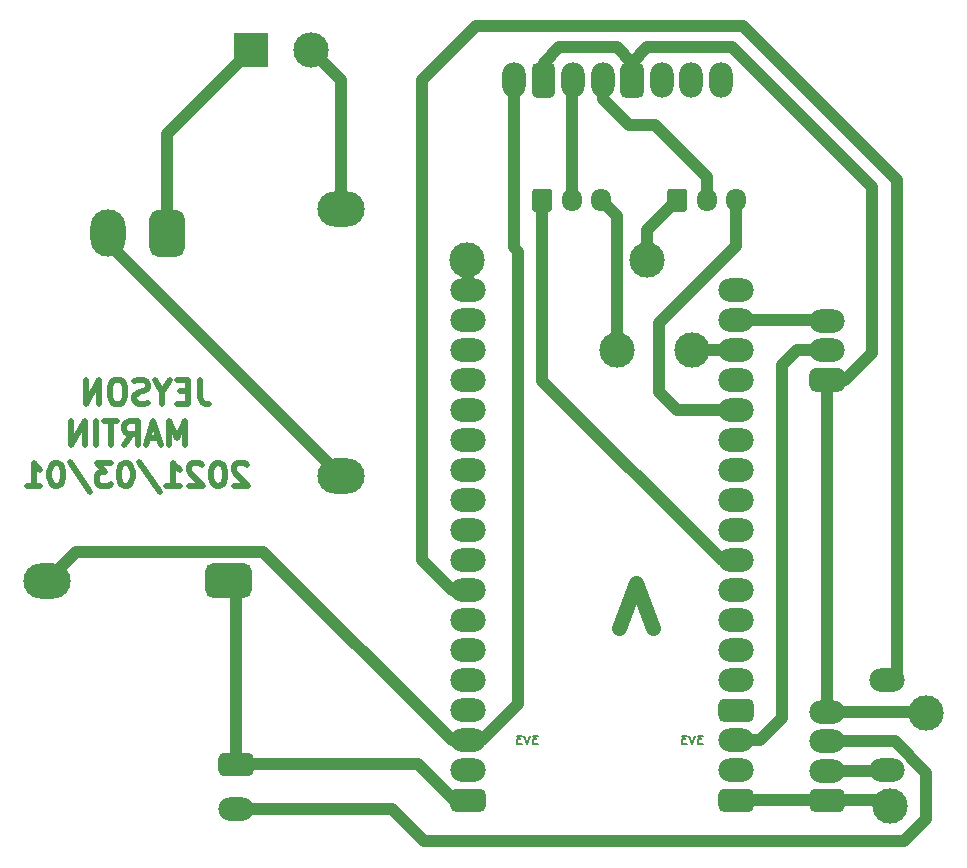
<source format=gbr>
%TF.GenerationSoftware,KiCad,Pcbnew,(5.1.6)-1*%
%TF.CreationDate,2021-03-02T08:43:42+01:00*%
%TF.ProjectId,BukaerakoErronkaV1,42756b61-6572-4616-9b6f-4572726f6e6b,rev?*%
%TF.SameCoordinates,Original*%
%TF.FileFunction,Copper,L2,Bot*%
%TF.FilePolarity,Positive*%
%FSLAX46Y46*%
G04 Gerber Fmt 4.6, Leading zero omitted, Abs format (unit mm)*
G04 Created by KiCad (PCBNEW (5.1.6)-1) date 2021-03-02 08:43:42*
%MOMM*%
%LPD*%
G01*
G04 APERTURE LIST*
%TA.AperFunction,NonConductor*%
%ADD10C,0.500000*%
%TD*%
%TA.AperFunction,NonConductor*%
%ADD11C,0.187500*%
%TD*%
%TA.AperFunction,NonConductor*%
%ADD12C,1.250000*%
%TD*%
%TA.AperFunction,ComponentPad*%
%ADD13O,4.000000X3.000000*%
%TD*%
%TA.AperFunction,ComponentPad*%
%ADD14O,3.000000X4.000000*%
%TD*%
%TA.AperFunction,ComponentPad*%
%ADD15R,3.000000X3.000000*%
%TD*%
%TA.AperFunction,ComponentPad*%
%ADD16O,3.000000X3.000000*%
%TD*%
%TA.AperFunction,ComponentPad*%
%ADD17O,3.000000X2.000000*%
%TD*%
%TA.AperFunction,ComponentPad*%
%ADD18O,1.700000X1.950000*%
%TD*%
%TA.AperFunction,ComponentPad*%
%ADD19O,2.000000X3.000000*%
%TD*%
%TA.AperFunction,ViaPad*%
%ADD20C,3.000000*%
%TD*%
%TA.AperFunction,Conductor*%
%ADD21C,1.000000*%
%TD*%
G04 APERTURE END LIST*
D10*
X96725714Y-109196761D02*
X96725714Y-110625333D01*
X96820952Y-110911047D01*
X97011428Y-111101523D01*
X97297142Y-111196761D01*
X97487619Y-111196761D01*
X95773333Y-110149142D02*
X95106666Y-110149142D01*
X94820952Y-111196761D02*
X95773333Y-111196761D01*
X95773333Y-109196761D01*
X94820952Y-109196761D01*
X93582857Y-110244380D02*
X93582857Y-111196761D01*
X94249523Y-109196761D02*
X93582857Y-110244380D01*
X92916190Y-109196761D01*
X92344761Y-111101523D02*
X92059047Y-111196761D01*
X91582857Y-111196761D01*
X91392380Y-111101523D01*
X91297142Y-111006285D01*
X91201904Y-110815809D01*
X91201904Y-110625333D01*
X91297142Y-110434857D01*
X91392380Y-110339619D01*
X91582857Y-110244380D01*
X91963809Y-110149142D01*
X92154285Y-110053904D01*
X92249523Y-109958666D01*
X92344761Y-109768190D01*
X92344761Y-109577714D01*
X92249523Y-109387238D01*
X92154285Y-109292000D01*
X91963809Y-109196761D01*
X91487619Y-109196761D01*
X91201904Y-109292000D01*
X89963809Y-109196761D02*
X89582857Y-109196761D01*
X89392380Y-109292000D01*
X89201904Y-109482476D01*
X89106666Y-109863428D01*
X89106666Y-110530095D01*
X89201904Y-110911047D01*
X89392380Y-111101523D01*
X89582857Y-111196761D01*
X89963809Y-111196761D01*
X90154285Y-111101523D01*
X90344761Y-110911047D01*
X90440000Y-110530095D01*
X90440000Y-109863428D01*
X90344761Y-109482476D01*
X90154285Y-109292000D01*
X89963809Y-109196761D01*
X88249523Y-111196761D02*
X88249523Y-109196761D01*
X87106666Y-111196761D01*
X87106666Y-109196761D01*
X95487619Y-114696761D02*
X95487619Y-112696761D01*
X94820952Y-114125333D01*
X94154285Y-112696761D01*
X94154285Y-114696761D01*
X93297142Y-114125333D02*
X92344761Y-114125333D01*
X93487619Y-114696761D02*
X92820952Y-112696761D01*
X92154285Y-114696761D01*
X90344761Y-114696761D02*
X91011428Y-113744380D01*
X91487619Y-114696761D02*
X91487619Y-112696761D01*
X90725714Y-112696761D01*
X90535238Y-112792000D01*
X90440000Y-112887238D01*
X90344761Y-113077714D01*
X90344761Y-113363428D01*
X90440000Y-113553904D01*
X90535238Y-113649142D01*
X90725714Y-113744380D01*
X91487619Y-113744380D01*
X89773333Y-112696761D02*
X88630476Y-112696761D01*
X89201904Y-114696761D02*
X89201904Y-112696761D01*
X87963809Y-114696761D02*
X87963809Y-112696761D01*
X87011428Y-114696761D02*
X87011428Y-112696761D01*
X85868571Y-114696761D01*
X85868571Y-112696761D01*
X100773333Y-116387238D02*
X100678095Y-116292000D01*
X100487619Y-116196761D01*
X100011428Y-116196761D01*
X99820952Y-116292000D01*
X99725714Y-116387238D01*
X99630476Y-116577714D01*
X99630476Y-116768190D01*
X99725714Y-117053904D01*
X100868571Y-118196761D01*
X99630476Y-118196761D01*
X98392380Y-116196761D02*
X98201904Y-116196761D01*
X98011428Y-116292000D01*
X97916190Y-116387238D01*
X97820952Y-116577714D01*
X97725714Y-116958666D01*
X97725714Y-117434857D01*
X97820952Y-117815809D01*
X97916190Y-118006285D01*
X98011428Y-118101523D01*
X98201904Y-118196761D01*
X98392380Y-118196761D01*
X98582857Y-118101523D01*
X98678095Y-118006285D01*
X98773333Y-117815809D01*
X98868571Y-117434857D01*
X98868571Y-116958666D01*
X98773333Y-116577714D01*
X98678095Y-116387238D01*
X98582857Y-116292000D01*
X98392380Y-116196761D01*
X96963809Y-116387238D02*
X96868571Y-116292000D01*
X96678095Y-116196761D01*
X96201904Y-116196761D01*
X96011428Y-116292000D01*
X95916190Y-116387238D01*
X95820952Y-116577714D01*
X95820952Y-116768190D01*
X95916190Y-117053904D01*
X97059047Y-118196761D01*
X95820952Y-118196761D01*
X93916190Y-118196761D02*
X95059047Y-118196761D01*
X94487619Y-118196761D02*
X94487619Y-116196761D01*
X94678095Y-116482476D01*
X94868571Y-116672952D01*
X95059047Y-116768190D01*
X91630476Y-116101523D02*
X93344761Y-118672952D01*
X90582857Y-116196761D02*
X90392380Y-116196761D01*
X90201904Y-116292000D01*
X90106666Y-116387238D01*
X90011428Y-116577714D01*
X89916190Y-116958666D01*
X89916190Y-117434857D01*
X90011428Y-117815809D01*
X90106666Y-118006285D01*
X90201904Y-118101523D01*
X90392380Y-118196761D01*
X90582857Y-118196761D01*
X90773333Y-118101523D01*
X90868571Y-118006285D01*
X90963809Y-117815809D01*
X91059047Y-117434857D01*
X91059047Y-116958666D01*
X90963809Y-116577714D01*
X90868571Y-116387238D01*
X90773333Y-116292000D01*
X90582857Y-116196761D01*
X89249523Y-116196761D02*
X88011428Y-116196761D01*
X88678095Y-116958666D01*
X88392380Y-116958666D01*
X88201904Y-117053904D01*
X88106666Y-117149142D01*
X88011428Y-117339619D01*
X88011428Y-117815809D01*
X88106666Y-118006285D01*
X88201904Y-118101523D01*
X88392380Y-118196761D01*
X88963809Y-118196761D01*
X89154285Y-118101523D01*
X89249523Y-118006285D01*
X85725714Y-116101523D02*
X87440000Y-118672952D01*
X84678095Y-116196761D02*
X84487619Y-116196761D01*
X84297142Y-116292000D01*
X84201904Y-116387238D01*
X84106666Y-116577714D01*
X84011428Y-116958666D01*
X84011428Y-117434857D01*
X84106666Y-117815809D01*
X84201904Y-118006285D01*
X84297142Y-118101523D01*
X84487619Y-118196761D01*
X84678095Y-118196761D01*
X84868571Y-118101523D01*
X84963809Y-118006285D01*
X85059047Y-117815809D01*
X85154285Y-117434857D01*
X85154285Y-116958666D01*
X85059047Y-116577714D01*
X84963809Y-116387238D01*
X84868571Y-116292000D01*
X84678095Y-116196761D01*
X82106666Y-118196761D02*
X83249523Y-118196761D01*
X82678095Y-118196761D02*
X82678095Y-116196761D01*
X82868571Y-116482476D01*
X83059047Y-116672952D01*
X83249523Y-116768190D01*
D11*
X125388571Y-139289285D02*
X124924285Y-139289285D01*
X125174285Y-139575000D01*
X125067142Y-139575000D01*
X124995714Y-139610714D01*
X124960000Y-139646428D01*
X124924285Y-139717857D01*
X124924285Y-139896428D01*
X124960000Y-139967857D01*
X124995714Y-140003571D01*
X125067142Y-140039285D01*
X125281428Y-140039285D01*
X125352857Y-140003571D01*
X125388571Y-139967857D01*
X124710000Y-139289285D02*
X124460000Y-140039285D01*
X124210000Y-139289285D01*
X124031428Y-139289285D02*
X123567142Y-139289285D01*
X123817142Y-139575000D01*
X123710000Y-139575000D01*
X123638571Y-139610714D01*
X123602857Y-139646428D01*
X123567142Y-139717857D01*
X123567142Y-139896428D01*
X123602857Y-139967857D01*
X123638571Y-140003571D01*
X123710000Y-140039285D01*
X123924285Y-140039285D01*
X123995714Y-140003571D01*
X124031428Y-139967857D01*
X139358571Y-139289285D02*
X138894285Y-139289285D01*
X139144285Y-139575000D01*
X139037142Y-139575000D01*
X138965714Y-139610714D01*
X138930000Y-139646428D01*
X138894285Y-139717857D01*
X138894285Y-139896428D01*
X138930000Y-139967857D01*
X138965714Y-140003571D01*
X139037142Y-140039285D01*
X139251428Y-140039285D01*
X139322857Y-140003571D01*
X139358571Y-139967857D01*
X138680000Y-139289285D02*
X138430000Y-140039285D01*
X138180000Y-139289285D01*
X138001428Y-139289285D02*
X137537142Y-139289285D01*
X137787142Y-139575000D01*
X137680000Y-139575000D01*
X137608571Y-139610714D01*
X137572857Y-139646428D01*
X137537142Y-139717857D01*
X137537142Y-139896428D01*
X137572857Y-139967857D01*
X137608571Y-140003571D01*
X137680000Y-140039285D01*
X137894285Y-140039285D01*
X137965714Y-140003571D01*
X138001428Y-139967857D01*
D12*
X132278571Y-130174761D02*
X133707142Y-126365238D01*
X135135714Y-130174761D01*
D13*
%TO.P,PS1,4*%
%TO.N,3V3*%
X83780000Y-126174000D03*
D14*
%TO.P,PS1,2*%
%TO.N,Net-(F1-Pad1)*%
X88980000Y-96774000D03*
%TO.P,PS1,1*%
%TO.N,Net-(J7-Pad2)*%
%TA.AperFunction,ComponentPad*%
G36*
G01*
X93230000Y-94774000D02*
X94730000Y-94774000D01*
G75*
G02*
X95480000Y-95524000I0J-750000D01*
G01*
X95480000Y-98024000D01*
G75*
G02*
X94730000Y-98774000I-750000J0D01*
G01*
X93230000Y-98774000D01*
G75*
G02*
X92480000Y-98024000I0J750000D01*
G01*
X92480000Y-95524000D01*
G75*
G02*
X93230000Y-94774000I750000J0D01*
G01*
G37*
%TD.AperFunction*%
%TO.P,PS1,3*%
%TO.N,GND*%
%TA.AperFunction,ComponentPad*%
G36*
G01*
X97930000Y-124674000D02*
X100430000Y-124674000D01*
G75*
G02*
X101180000Y-125424000I0J-750000D01*
G01*
X101180000Y-126924000D01*
G75*
G02*
X100430000Y-127674000I-750000J0D01*
G01*
X97930000Y-127674000D01*
G75*
G02*
X97180000Y-126924000I0J750000D01*
G01*
X97180000Y-125424000D01*
G75*
G02*
X97930000Y-124674000I750000J0D01*
G01*
G37*
%TD.AperFunction*%
%TD*%
D15*
%TO.P,J7,2*%
%TO.N,Net-(J7-Pad2)*%
X101092000Y-81280000D03*
D16*
%TO.P,J7,1*%
%TO.N,Net-(F1-Pad2)*%
X106172000Y-81280000D03*
%TD*%
D13*
%TO.P,F1,2*%
%TO.N,Net-(F1-Pad2)*%
X108712000Y-94748000D03*
%TO.P,F1,1*%
%TO.N,Net-(F1-Pad1)*%
X108712000Y-117348000D03*
%TD*%
%TO.P,C1,2*%
%TO.N,GND*%
%TA.AperFunction,ComponentPad*%
G36*
G01*
X100822000Y-142742000D02*
X98822000Y-142742000D01*
G75*
G02*
X98322000Y-142242000I0J500000D01*
G01*
X98322000Y-141242000D01*
G75*
G02*
X98822000Y-140742000I500000J0D01*
G01*
X100822000Y-140742000D01*
G75*
G02*
X101322000Y-141242000I0J-500000D01*
G01*
X101322000Y-142242000D01*
G75*
G02*
X100822000Y-142742000I-500000J0D01*
G01*
G37*
%TD.AperFunction*%
D17*
%TO.P,C1,1*%
%TO.N,3.3V*%
X99822000Y-145542000D03*
%TD*%
D18*
%TO.P,J6,3*%
%TO.N,4*%
X130730000Y-93980000D03*
%TO.P,J6,2*%
%TO.N,SCL*%
X128230000Y-93980000D03*
%TO.P,J6,1*%
%TO.N,22*%
%TA.AperFunction,ComponentPad*%
G36*
G01*
X124880000Y-94705000D02*
X124880000Y-93255000D01*
G75*
G02*
X125130000Y-93005000I250000J0D01*
G01*
X126330000Y-93005000D01*
G75*
G02*
X126580000Y-93255000I0J-250000D01*
G01*
X126580000Y-94705000D01*
G75*
G02*
X126330000Y-94955000I-250000J0D01*
G01*
X125130000Y-94955000D01*
G75*
G02*
X124880000Y-94705000I0J250000D01*
G01*
G37*
%TD.AperFunction*%
%TD*%
%TO.P,J5,3*%
%TO.N,15*%
X142160000Y-93980000D03*
%TO.P,J5,2*%
%TO.N,SDA*%
X139660000Y-93980000D03*
%TO.P,J5,1*%
%TO.N,21*%
%TA.AperFunction,ComponentPad*%
G36*
G01*
X136310000Y-94705000D02*
X136310000Y-93255000D01*
G75*
G02*
X136560000Y-93005000I250000J0D01*
G01*
X137760000Y-93005000D01*
G75*
G02*
X138010000Y-93255000I0J-250000D01*
G01*
X138010000Y-94705000D01*
G75*
G02*
X137760000Y-94955000I-250000J0D01*
G01*
X136560000Y-94955000D01*
G75*
G02*
X136310000Y-94705000I0J250000D01*
G01*
G37*
%TD.AperFunction*%
%TD*%
D17*
%TO.P,R1,2*%
%TO.N,DIN*%
X154940000Y-134620000D03*
%TO.P,R1,1*%
%TO.N,Net-(J4-Pad2)*%
X154940000Y-142240000D03*
%TD*%
%TO.P,J4,4*%
%TO.N,Net-(J4-Pad4)*%
X149860000Y-137280000D03*
%TO.P,J4,3*%
%TO.N,3.3V*%
X149860000Y-139780000D03*
%TO.P,J4,2*%
%TO.N,Net-(J4-Pad2)*%
X149860000Y-142280000D03*
%TO.P,J4,1*%
%TO.N,GND*%
%TA.AperFunction,ComponentPad*%
G36*
G01*
X150860000Y-145780000D02*
X148860000Y-145780000D01*
G75*
G02*
X148360000Y-145280000I0J500000D01*
G01*
X148360000Y-144280000D01*
G75*
G02*
X148860000Y-143780000I500000J0D01*
G01*
X150860000Y-143780000D01*
G75*
G02*
X151360000Y-144280000I0J-500000D01*
G01*
X151360000Y-145280000D01*
G75*
G02*
X150860000Y-145780000I-500000J0D01*
G01*
G37*
%TD.AperFunction*%
%TD*%
%TO.P,U1,18*%
%TO.N,GND*%
%TA.AperFunction,ComponentPad*%
G36*
G01*
X118460000Y-143780000D02*
X120460000Y-143780000D01*
G75*
G02*
X120960000Y-144280000I0J-500000D01*
G01*
X120960000Y-145280000D01*
G75*
G02*
X120460000Y-145780000I-500000J0D01*
G01*
X118460000Y-145780000D01*
G75*
G02*
X117960000Y-145280000I0J500000D01*
G01*
X117960000Y-144280000D01*
G75*
G02*
X118460000Y-143780000I500000J0D01*
G01*
G37*
%TD.AperFunction*%
%TO.P,U1,19*%
%TA.AperFunction,ComponentPad*%
G36*
G01*
X141160000Y-143780000D02*
X143160000Y-143780000D01*
G75*
G02*
X143660000Y-144280000I0J-500000D01*
G01*
X143660000Y-145280000D01*
G75*
G02*
X143160000Y-145780000I-500000J0D01*
G01*
X141160000Y-145780000D01*
G75*
G02*
X140660000Y-145280000I0J500000D01*
G01*
X140660000Y-144280000D01*
G75*
G02*
X141160000Y-143780000I500000J0D01*
G01*
G37*
%TD.AperFunction*%
%TO.P,U1,17*%
%TO.N,Net-(U1-Pad17)*%
X119460000Y-142240000D03*
%TO.P,U1,20*%
%TO.N,Net-(U1-Pad20)*%
X142160000Y-142240000D03*
%TO.P,U1,16*%
%TO.N,3V3*%
X119460000Y-139700000D03*
%TO.P,U1,21*%
X142160000Y-139700000D03*
%TO.P,U1,15*%
%TO.N,Net-(U1-Pad15)*%
X119460000Y-137160000D03*
%TO.P,U1,22*%
%TO.N,GND*%
%TA.AperFunction,ComponentPad*%
G36*
G01*
X141160000Y-136160000D02*
X143160000Y-136160000D01*
G75*
G02*
X143660000Y-136660000I0J-500000D01*
G01*
X143660000Y-137660000D01*
G75*
G02*
X143160000Y-138160000I-500000J0D01*
G01*
X141160000Y-138160000D01*
G75*
G02*
X140660000Y-137660000I0J500000D01*
G01*
X140660000Y-136660000D01*
G75*
G02*
X141160000Y-136160000I500000J0D01*
G01*
G37*
%TD.AperFunction*%
%TO.P,U1,14*%
%TO.N,Net-(U1-Pad14)*%
X119460000Y-134620000D03*
%TO.P,U1,23*%
%TO.N,Net-(U1-Pad23)*%
X142160000Y-134620000D03*
%TO.P,U1,13*%
%TO.N,Net-(U1-Pad13)*%
X119460000Y-132080000D03*
%TO.P,U1,24*%
%TO.N,Net-(U1-Pad24)*%
X142160000Y-132080000D03*
%TO.P,U1,12*%
%TO.N,Net-(U1-Pad12)*%
X119460000Y-129540000D03*
%TO.P,U1,25*%
%TO.N,Net-(U1-Pad25)*%
X142160000Y-129540000D03*
%TO.P,U1,11*%
%TO.N,DIN*%
X119460000Y-127000000D03*
%TO.P,U1,26*%
%TO.N,Net-(U1-Pad26)*%
X142160000Y-127000000D03*
%TO.P,U1,10*%
%TO.N,Net-(U1-Pad10)*%
X119460000Y-124460000D03*
%TO.P,U1,27*%
%TO.N,22*%
X142160000Y-124460000D03*
%TO.P,U1,9*%
%TO.N,Net-(U1-Pad9)*%
X119460000Y-121920000D03*
%TO.P,U1,28*%
%TO.N,Net-(U1-Pad28)*%
X142160000Y-121920000D03*
%TO.P,U1,8*%
%TO.N,Net-(U1-Pad8)*%
X119460000Y-119380000D03*
%TO.P,U1,29*%
%TO.N,Net-(U1-Pad29)*%
X142160000Y-119380000D03*
%TO.P,U1,7*%
%TO.N,Net-(U1-Pad7)*%
X119460000Y-116840000D03*
%TO.P,U1,30*%
%TO.N,Net-(U1-Pad30)*%
X142160000Y-116840000D03*
%TO.P,U1,6*%
%TO.N,Net-(U1-Pad6)*%
X119460000Y-114300000D03*
%TO.P,U1,31*%
%TO.N,Net-(U1-Pad31)*%
X142160000Y-114300000D03*
%TO.P,U1,5*%
%TO.N,Net-(U1-Pad5)*%
X119460000Y-111760000D03*
%TO.P,U1,32*%
%TO.N,15*%
X142160000Y-111760000D03*
%TO.P,U1,4*%
%TO.N,Net-(U1-Pad4)*%
X119460000Y-109220000D03*
%TO.P,U1,33*%
%TO.N,Net-(U1-Pad33)*%
X142160000Y-109220000D03*
%TO.P,U1,3*%
%TO.N,Net-(U1-Pad3)*%
X119460000Y-106680000D03*
%TO.P,U1,34*%
%TO.N,4*%
X142160000Y-106680000D03*
%TO.P,U1,2*%
%TO.N,Net-(U1-Pad2)*%
X119460000Y-104140000D03*
%TO.P,U1,35*%
%TO.N,17*%
X142160000Y-104140000D03*
%TO.P,U1,1*%
%TO.N,21*%
X119460000Y-101600000D03*
%TO.P,U1,36*%
%TO.N,Net-(U1-Pad36)*%
X142160000Y-101600000D03*
%TD*%
%TO.P,J2,3*%
%TO.N,GND*%
%TA.AperFunction,ComponentPad*%
G36*
G01*
X148860000Y-108180000D02*
X150860000Y-108180000D01*
G75*
G02*
X151360000Y-108680000I0J-500000D01*
G01*
X151360000Y-109680000D01*
G75*
G02*
X150860000Y-110180000I-500000J0D01*
G01*
X148860000Y-110180000D01*
G75*
G02*
X148360000Y-109680000I0J500000D01*
G01*
X148360000Y-108680000D01*
G75*
G02*
X148860000Y-108180000I500000J0D01*
G01*
G37*
%TD.AperFunction*%
%TO.P,J2,2*%
%TO.N,3V3*%
X149860000Y-106680000D03*
%TO.P,J2,1*%
%TO.N,17*%
X149860000Y-104180000D03*
%TD*%
D19*
%TO.P,J1,8*%
%TO.N,Net-(J1-Pad8)*%
X140850000Y-83820000D03*
%TO.P,J1,7*%
%TO.N,Net-(J1-Pad7)*%
X138350000Y-83820000D03*
%TO.P,J1,6*%
%TO.N,Net-(J1-Pad6)*%
X135850000Y-83820000D03*
%TO.P,J1,5*%
%TO.N,GND*%
%TA.AperFunction,ComponentPad*%
G36*
G01*
X132350000Y-84820000D02*
X132350000Y-82820000D01*
G75*
G02*
X132850000Y-82320000I500000J0D01*
G01*
X133850000Y-82320000D01*
G75*
G02*
X134350000Y-82820000I0J-500000D01*
G01*
X134350000Y-84820000D01*
G75*
G02*
X133850000Y-85320000I-500000J0D01*
G01*
X132850000Y-85320000D01*
G75*
G02*
X132350000Y-84820000I0J500000D01*
G01*
G37*
%TD.AperFunction*%
%TO.P,J1,4*%
%TO.N,SDA*%
X130850000Y-83820000D03*
%TO.P,J1,3*%
%TO.N,SCL*%
X128350000Y-83820000D03*
%TO.P,J1,2*%
%TO.N,GND*%
%TA.AperFunction,ComponentPad*%
G36*
G01*
X124850000Y-84820000D02*
X124850000Y-82820000D01*
G75*
G02*
X125350000Y-82320000I500000J0D01*
G01*
X126350000Y-82320000D01*
G75*
G02*
X126850000Y-82820000I0J-500000D01*
G01*
X126850000Y-84820000D01*
G75*
G02*
X126350000Y-85320000I-500000J0D01*
G01*
X125350000Y-85320000D01*
G75*
G02*
X124850000Y-84820000I0J500000D01*
G01*
G37*
%TD.AperFunction*%
%TO.P,J1,1*%
%TO.N,3V3*%
X123350000Y-83820000D03*
%TD*%
D20*
%TO.N,GND*%
X155194000Y-145288000D03*
X158242000Y-137414000D03*
%TO.N,21*%
X134620000Y-99060000D03*
X119380000Y-99060000D03*
%TO.N,4*%
X132080000Y-106680000D03*
X138430000Y-106680000D03*
%TD*%
D21*
%TO.N,GND*%
X142160000Y-144780000D02*
X149860000Y-144780000D01*
X133350000Y-82320000D02*
X133350000Y-83820000D01*
X132049990Y-81019990D02*
X133350000Y-82320000D01*
X127150010Y-81019990D02*
X132049990Y-81019990D01*
X125850000Y-82320000D02*
X127150010Y-81019990D01*
X125850000Y-83820000D02*
X125850000Y-82320000D01*
X141802695Y-81019990D02*
X153670000Y-92887295D01*
X133350000Y-82320000D02*
X134650010Y-81019990D01*
X134650010Y-81019990D02*
X141802695Y-81019990D01*
X151360000Y-109180000D02*
X149860000Y-109180000D01*
X153670000Y-106870000D02*
X151360000Y-109180000D01*
X153670000Y-92887295D02*
X153670000Y-106870000D01*
X118247295Y-144780000D02*
X119460000Y-144780000D01*
X115209295Y-141742000D02*
X118247295Y-144780000D01*
X99822000Y-141742000D02*
X115209295Y-141742000D01*
X99822000Y-126816000D02*
X99180000Y-126174000D01*
X99822000Y-141742000D02*
X99822000Y-126816000D01*
X154686000Y-144780000D02*
X155194000Y-145288000D01*
X149860000Y-144780000D02*
X154686000Y-144780000D01*
X149860000Y-109180000D02*
X149860000Y-137280000D01*
X158108000Y-137280000D02*
X158242000Y-137414000D01*
X149860000Y-137280000D02*
X158108000Y-137280000D01*
%TO.N,3V3*%
X123350000Y-97944402D02*
X123350000Y-83820000D01*
X123720009Y-136652696D02*
X123720009Y-98314411D01*
X120672705Y-139700000D02*
X123720009Y-136652696D01*
X123720009Y-98314411D02*
X123350000Y-97944402D01*
X119460000Y-139700000D02*
X120672705Y-139700000D01*
X146050000Y-107950000D02*
X147320000Y-106680000D01*
X146050000Y-137810000D02*
X146050000Y-107950000D01*
X147320000Y-106680000D02*
X149860000Y-106680000D01*
X142160000Y-139700000D02*
X144160000Y-139700000D01*
X144160000Y-139700000D02*
X146050000Y-137810000D01*
X102133999Y-123723999D02*
X118110000Y-139700000D01*
X118110000Y-139700000D02*
X119460000Y-139700000D01*
X83780000Y-126174000D02*
X86230001Y-123723999D01*
X86230001Y-123723999D02*
X102133999Y-123723999D01*
%TO.N,17*%
X149820000Y-104140000D02*
X149860000Y-104180000D01*
X142160000Y-104140000D02*
X149820000Y-104140000D01*
%TO.N,Net-(J4-Pad2)*%
X154900000Y-142280000D02*
X154940000Y-142240000D01*
X149860000Y-142280000D02*
X154900000Y-142280000D01*
%TO.N,DIN*%
X155739999Y-133820001D02*
X155739999Y-92239999D01*
X154940000Y-134620000D02*
X155739999Y-133820001D01*
X142719980Y-79219980D02*
X120170020Y-79219980D01*
X155739999Y-92239999D02*
X142719980Y-79219980D01*
X120170020Y-79219980D02*
X115570000Y-83820000D01*
X115570000Y-83820000D02*
X115570000Y-124460000D01*
X118110000Y-127000000D02*
X119460000Y-127000000D01*
X115570000Y-124460000D02*
X118110000Y-127000000D01*
%TO.N,SDA*%
X139660000Y-92005000D02*
X135285000Y-87630000D01*
X139660000Y-93980000D02*
X139660000Y-92005000D01*
X130850000Y-85365598D02*
X130850000Y-83820000D01*
X133114402Y-87630000D02*
X130850000Y-85365598D01*
X135285000Y-87630000D02*
X133114402Y-87630000D01*
%TO.N,SCL*%
X128230000Y-83940000D02*
X128350000Y-83820000D01*
X128230000Y-93980000D02*
X128230000Y-83940000D01*
%TO.N,15*%
X139660000Y-111760000D02*
X142160000Y-111760000D01*
X142160000Y-93980000D02*
X142160000Y-97847295D01*
X135629999Y-104377296D02*
X135629999Y-110229999D01*
X142160000Y-97847295D02*
X135629999Y-104377296D01*
X137160000Y-111760000D02*
X139660000Y-111760000D01*
X135629999Y-110229999D02*
X137160000Y-111760000D01*
%TO.N,21*%
X119460000Y-101600000D02*
X119380000Y-101600000D01*
X119460000Y-101600000D02*
X119460000Y-101520000D01*
X134620000Y-96520000D02*
X137160000Y-93980000D01*
X134620000Y-99060000D02*
X134620000Y-96520000D01*
X119460000Y-99140000D02*
X119380000Y-99060000D01*
X119460000Y-101600000D02*
X119460000Y-99140000D01*
%TO.N,4*%
X142160000Y-106680000D02*
X142240000Y-106680000D01*
X138430000Y-106680000D02*
X142160000Y-106680000D01*
X132080000Y-95330000D02*
X130730000Y-93980000D01*
X132080000Y-106680000D02*
X132080000Y-95330000D01*
%TO.N,22*%
X140947295Y-124460000D02*
X142160000Y-124460000D01*
X125730000Y-109242705D02*
X140947295Y-124460000D01*
X125730000Y-93980000D02*
X125730000Y-109242705D01*
%TO.N,Net-(F1-Pad2)*%
X108712000Y-83820000D02*
X106172000Y-81280000D01*
X108712000Y-94748000D02*
X108712000Y-83820000D01*
%TO.N,Net-(F1-Pad1)*%
X88980000Y-97616000D02*
X88980000Y-96774000D01*
X108712000Y-117348000D02*
X88980000Y-97616000D01*
%TO.N,3.3V*%
X155588002Y-139780000D02*
X149860000Y-139780000D01*
X99822000Y-145542000D02*
X113030000Y-145542000D01*
X113030000Y-145542000D02*
X115743990Y-148255990D01*
X115743990Y-148255990D02*
X156370012Y-148255990D01*
X158242000Y-142433998D02*
X155588002Y-139780000D01*
X156370012Y-148255990D02*
X158242000Y-146384002D01*
X158242000Y-146384002D02*
X158242000Y-142433998D01*
%TO.N,Net-(J7-Pad2)*%
X93980000Y-88392000D02*
X101092000Y-81280000D01*
X93980000Y-96774000D02*
X93980000Y-88392000D01*
%TD*%
M02*

</source>
